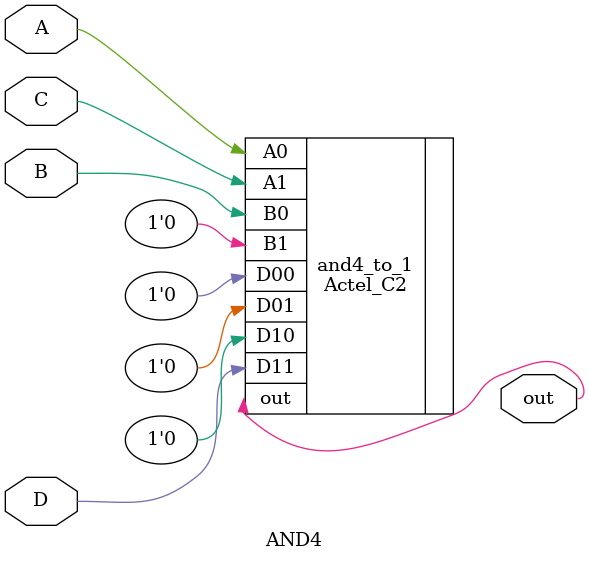
<source format=v>
module AND4 (input A, B, C, D, output out);

    Actel_C2 and4_to_1 (.D00(1'b0), .D01(1'b0), .D10(1'b0), .D11(D), .A1(C), .B1(1'b0), .A0(A), .B0(B), .out(out));

endmodule
</source>
